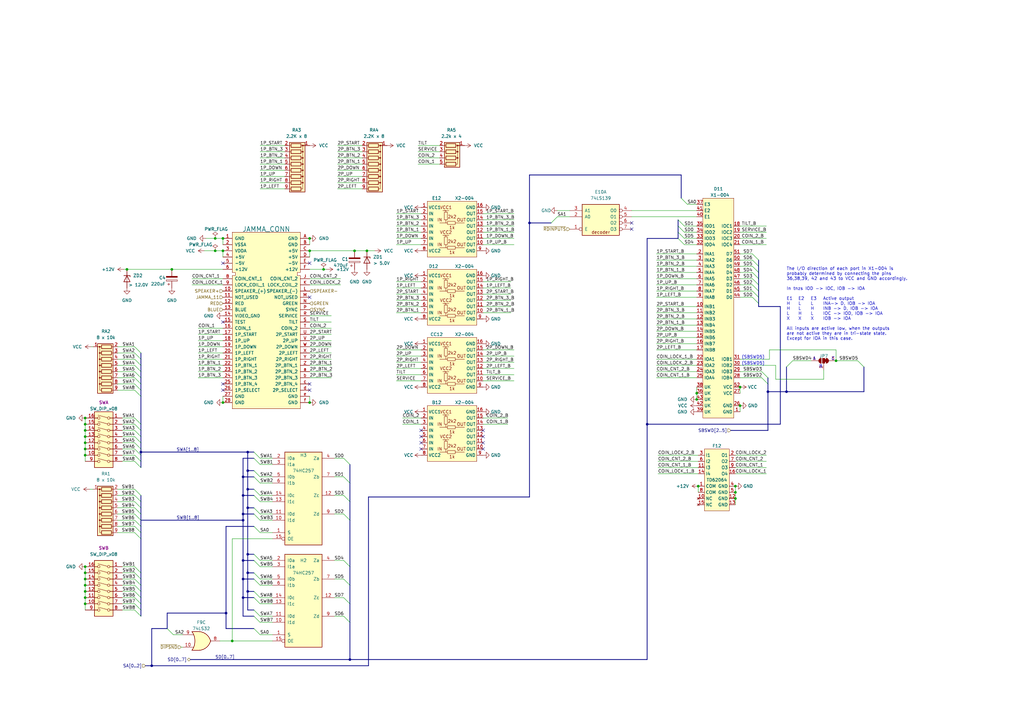
<source format=kicad_sch>
(kicad_sch (version 20211123) (generator eeschema)
  (paper "A3")
  (title_block (title "The NewZealand Story - P0-043A") (date "2022-11-16") (company "Ulf Skutnabba, twitter @skutis77"))
  (junction (at 303.53 158.75))
  (junction (at 301.625 199.39))
  (junction (at 34.925 240.03))
  (junction (at 217.17 91.44))
  (junction (at 285.75 163.83))
  (junction (at 101.6 193.04))
  (junction (at 145.415 102.87))
  (junction (at 127 102.87))
  (junction (at 99.695 237.49))
  (junction (at 101.6 208.28))
  (junction (at 342.9 147.955))
  (junction (at 101.6 185.42))
  (junction (at 88.265 97.79))
  (junction (at 91.44 102.87))
  (junction (at 101.6 242.57))
  (junction (at 127 97.79))
  (junction (at 34.925 181.61))
  (junction (at 286.385 199.39))
  (junction (at 301.625 201.93))
  (junction (at 95.25 262.89))
  (junction (at 91.44 97.79))
  (junction (at 34.925 247.65))
  (junction (at 91.44 165.1))
  (junction (at 99.695 229.87))
  (junction (at 88.265 102.87))
  (junction (at 34.925 234.95))
  (junction (at 314.96 160.655))
  (junction (at 34.925 184.15))
  (junction (at 70.485 110.49))
  (junction (at 34.925 173.99))
  (junction (at 127 165.1))
  (junction (at 265.43 173.99))
  (junction (at 285.75 161.29))
  (junction (at 99.695 203.2))
  (junction (at 34.925 237.49))
  (junction (at 34.925 179.07))
  (junction (at 34.925 242.57))
  (junction (at 303.53 166.37))
  (junction (at 34.925 171.45))
  (junction (at 132.715 110.49))
  (junction (at 57.785 185.42))
  (junction (at 99.695 195.58))
  (junction (at 301.625 204.47))
  (junction (at 150.495 102.87))
  (junction (at 62.23 273.05))
  (junction (at 101.6 200.66))
  (junction (at 99.695 210.82))
  (junction (at 34.925 245.11))
  (junction (at 34.925 176.53))
  (junction (at 101.6 234.95))
  (junction (at 92.71 251.46))
  (junction (at 322.58 160.655))
  (junction (at 143.51 270.51))
  (junction (at 99.695 213.36))
  (junction (at 52.07 110.49))
  (junction (at 101.6 227.33))
  (junction (at 99.695 245.11))
  (junction (at 34.925 232.41))
  (junction (at 34.925 186.69))
  (no_connect (at 172.72 179.07))
  (no_connect (at 198.12 181.61))
  (no_connect (at 127 121.92))
  (no_connect (at 91.44 132.08))
  (no_connect (at 91.44 107.95))
  (no_connect (at 259.08 91.44))
  (no_connect (at 259.08 93.98))
  (no_connect (at 91.44 157.48))
  (no_connect (at 172.72 184.15))
  (no_connect (at 172.72 176.53))
  (no_connect (at 198.12 176.53))
  (no_connect (at 127 157.48))
  (no_connect (at 127 160.02))
  (no_connect (at 127 107.95))
  (no_connect (at 91.44 160.02))
  (no_connect (at 172.72 181.61))
  (no_connect (at 198.12 184.15))
  (no_connect (at 198.12 179.07))
  (bus_entry (at 55.245 176.53) (size 2.54 2.54))
  (bus_entry (at 308.61 119.38) (size 2.54 2.54))
  (bus_entry (at 104.14 252.73) (size 2.54 2.54))
  (bus_entry (at 308.61 109.22) (size 2.54 2.54))
  (bus_entry (at 55.245 184.15) (size 2.54 2.54))
  (bus_entry (at 55.245 250.19) (size 2.54 2.54))
  (bus_entry (at 104.14 227.33) (size 2.54 2.54))
  (bus_entry (at 104.14 229.87) (size 2.54 2.54))
  (bus_entry (at 104.14 187.96) (size 2.54 2.54))
  (bus_entry (at 55.245 171.45) (size 2.54 2.54))
  (bus_entry (at 55.245 245.11) (size 2.54 2.54))
  (bus_entry (at 55.245 181.61) (size 2.54 2.54))
  (bus_entry (at 104.14 203.2) (size 2.54 2.54))
  (bus_entry (at 55.245 152.4) (size 2.54 2.54))
  (bus_entry (at 55.245 147.32) (size 2.54 2.54))
  (bus_entry (at 104.14 208.28) (size 2.54 2.54))
  (bus_entry (at 55.245 154.94) (size 2.54 2.54))
  (bus_entry (at 312.42 152.4) (size 2.54 2.54))
  (bus_entry (at 308.61 114.3) (size 2.54 2.54))
  (bus_entry (at 55.245 215.9) (size 2.54 2.54))
  (bus_entry (at 140.97 187.96) (size 2.54 2.54))
  (bus_entry (at 140.97 210.82) (size 2.54 2.54))
  (bus_entry (at 140.97 195.58) (size 2.54 2.54))
  (bus_entry (at 140.97 203.2) (size 2.54 2.54))
  (bus_entry (at 140.97 229.87) (size 2.54 2.54))
  (bus_entry (at 140.97 252.73) (size 2.54 2.54))
  (bus_entry (at 140.97 245.11) (size 2.54 2.54))
  (bus_entry (at 140.97 237.49) (size 2.54 2.54))
  (bus_entry (at 55.245 173.99) (size 2.54 2.54))
  (bus_entry (at 104.14 200.66) (size 2.54 2.54))
  (bus_entry (at 278.13 90.17) (size 2.54 2.54))
  (bus_entry (at 104.14 185.42) (size 2.54 2.54))
  (bus_entry (at 55.245 179.07) (size 2.54 2.54))
  (bus_entry (at 55.245 205.74) (size 2.54 2.54))
  (bus_entry (at 55.245 240.03) (size 2.54 2.54))
  (bus_entry (at 104.14 245.11) (size 2.54 2.54))
  (bus_entry (at 55.245 189.23) (size 2.54 2.54))
  (bus_entry (at 308.61 106.68) (size 2.54 2.54))
  (bus_entry (at 308.61 121.92) (size 2.54 2.54))
  (bus_entry (at 55.245 247.65) (size 2.54 2.54))
  (bus_entry (at 104.14 250.19) (size 2.54 2.54))
  (bus_entry (at 104.14 195.58) (size 2.54 2.54))
  (bus_entry (at 308.61 116.84) (size 2.54 2.54))
  (bus_entry (at 55.245 213.36) (size 2.54 2.54))
  (bus_entry (at 278.13 92.71) (size 2.54 2.54))
  (bus_entry (at 279.4 81.28) (size 2.54 2.54))
  (bus_entry (at 104.14 234.95) (size 2.54 2.54))
  (bus_entry (at 55.245 160.02) (size 2.54 2.54))
  (bus_entry (at 55.245 210.82) (size 2.54 2.54))
  (bus_entry (at 104.14 237.49) (size 2.54 2.54))
  (bus_entry (at 104.14 193.04) (size 2.54 2.54))
  (bus_entry (at 308.61 111.76) (size 2.54 2.54))
  (bus_entry (at 55.245 203.2) (size 2.54 2.54))
  (bus_entry (at 55.245 186.69) (size 2.54 2.54))
  (bus_entry (at 55.245 237.49) (size 2.54 2.54))
  (bus_entry (at 312.42 154.94) (size 2.54 2.54))
  (bus_entry (at 55.245 232.41) (size 2.54 2.54))
  (bus_entry (at 278.13 95.25) (size 2.54 2.54))
  (bus_entry (at 55.245 234.95) (size 2.54 2.54))
  (bus_entry (at 55.245 208.28) (size 2.54 2.54))
  (bus_entry (at 104.14 215.9) (size 2.54 2.54))
  (bus_entry (at 104.14 242.57) (size 2.54 2.54))
  (bus_entry (at 55.245 142.24) (size 2.54 2.54))
  (bus_entry (at 104.14 210.82) (size 2.54 2.54))
  (bus_entry (at 226.06 91.44) (size 2.54 -2.54))
  (bus_entry (at 104.14 257.81) (size 2.54 2.54))
  (bus_entry (at 68.58 257.81) (size 2.54 2.54))
  (bus_entry (at 55.245 200.66) (size 2.54 2.54))
  (bus_entry (at 55.245 157.48) (size 2.54 2.54))
  (bus_entry (at 55.245 149.86) (size 2.54 2.54))
  (bus_entry (at 55.245 218.44) (size 2.54 2.54))
  (bus_entry (at 308.61 104.14) (size 2.54 2.54))
  (bus_entry (at 55.245 144.78) (size 2.54 2.54))
  (bus_entry (at 278.13 97.79) (size 2.54 2.54))
  (bus_entry (at 351.79 147.955) (size 2.54 2.54))
  (bus_entry (at 55.245 242.57) (size 2.54 2.54))
  (bus_entry (at 325.12 147.955) (size -2.54 2.54))
  (bus (pts (xy 57.785 186.69) (xy 57.785 189.23)))
  (wire (pts (xy 138.43 69.85) (xy 148.59 69.85)))
  (bus (pts (xy 57.785 250.19) (xy 57.785 252.73)))
  (bus (pts (xy 311.15 125.73) (xy 320.04 125.73)))
  (wire (pts (xy 81.28 147.32) (xy 91.44 147.32)))
  (wire (pts (xy 198.12 151.13) (xy 210.82 151.13)))
  (wire (pts (xy 111.76 220.98) (xy 95.25 220.98)))
  (wire (pts (xy 55.245 205.74) (xy 48.26 205.74)))
  (wire (pts (xy 81.28 144.78) (xy 91.44 144.78)))
  (wire (pts (xy 48.26 160.02) (xy 55.245 160.02)))
  (wire (pts (xy 137.16 237.49) (xy 140.97 237.49)))
  (wire (pts (xy 259.08 88.9) (xy 285.75 88.9)))
  (wire (pts (xy 106.68 203.2) (xy 111.76 203.2)))
  (wire (pts (xy 303.53 166.37) (xy 303.53 168.91)))
  (bus (pts (xy 59.69 273.05) (xy 62.23 273.05)))
  (wire (pts (xy 127 97.79) (xy 127 100.33)))
  (bus (pts (xy 101.6 208.28) (xy 104.14 208.28)))
  (bus (pts (xy 101.6 242.57) (xy 104.14 242.57)))
  (wire (pts (xy 269.24 128.27) (xy 285.75 128.27)))
  (wire (pts (xy 303.53 97.79) (xy 314.325 97.79)))
  (wire (pts (xy 138.43 74.93) (xy 148.59 74.93)))
  (wire (pts (xy 137.16 203.2) (xy 140.97 203.2)))
  (wire (pts (xy 83.82 102.87) (xy 88.265 102.87)))
  (wire (pts (xy 162.56 100.33) (xy 172.72 100.33)))
  (wire (pts (xy 162.56 120.65) (xy 172.72 120.65)))
  (wire (pts (xy 303.53 95.25) (xy 314.325 95.25)))
  (bus (pts (xy 143.51 247.65) (xy 143.51 255.27)))
  (wire (pts (xy 162.56 115.57) (xy 172.72 115.57)))
  (wire (pts (xy 106.68 72.39) (xy 116.84 72.39)))
  (wire (pts (xy 48.26 144.78) (xy 55.245 144.78)))
  (wire (pts (xy 269.24 140.97) (xy 285.75 140.97)))
  (wire (pts (xy 198.12 171.45) (xy 208.28 171.45)))
  (bus (pts (xy 57.785 205.74) (xy 57.785 208.28)))
  (wire (pts (xy 162.56 128.27) (xy 172.72 128.27)))
  (wire (pts (xy 162.56 92.71) (xy 172.72 92.71)))
  (bus (pts (xy 57.785 240.03) (xy 57.785 242.57)))
  (wire (pts (xy 165.1 171.45) (xy 172.72 171.45)))
  (bus (pts (xy 104.14 250.19) (xy 101.6 250.19)))
  (bus (pts (xy 57.785 210.82) (xy 57.785 213.36)))
  (wire (pts (xy 269.24 104.14) (xy 285.75 104.14)))
  (wire (pts (xy 138.43 64.77) (xy 148.59 64.77)))
  (bus (pts (xy 57.785 173.99) (xy 57.785 176.53)))
  (bus (pts (xy 57.785 208.28) (xy 57.785 210.82)))
  (wire (pts (xy 269.24 154.94) (xy 285.75 154.94)))
  (wire (pts (xy 34.925 176.53) (xy 34.925 179.07)))
  (wire (pts (xy 34.925 179.07) (xy 34.925 181.61)))
  (wire (pts (xy 162.56 151.13) (xy 172.72 151.13)))
  (wire (pts (xy 269.24 135.89) (xy 285.75 135.89)))
  (wire (pts (xy 315.595 143.51) (xy 315.595 147.32)))
  (bus (pts (xy 278.13 92.71) (xy 278.13 95.25)))
  (bus (pts (xy 265.43 97.79) (xy 278.13 97.79)))
  (wire (pts (xy 127 129.54) (xy 135.89 129.54)))
  (bus (pts (xy 57.785 237.49) (xy 57.785 240.03)))
  (wire (pts (xy 269.24 114.3) (xy 285.75 114.3)))
  (bus (pts (xy 68.58 251.46) (xy 92.71 251.46)))
  (bus (pts (xy 311.15 124.46) (xy 311.15 125.73)))
  (bus (pts (xy 57.785 152.4) (xy 57.785 154.94)))
  (wire (pts (xy 81.28 149.86) (xy 91.44 149.86)))
  (wire (pts (xy 106.68 245.11) (xy 111.76 245.11)))
  (bus (pts (xy 314.96 160.655) (xy 314.96 176.53)))
  (wire (pts (xy 162.56 97.79) (xy 172.72 97.79)))
  (wire (pts (xy 91.44 97.79) (xy 91.44 100.33)))
  (wire (pts (xy 55.245 213.36) (xy 48.26 213.36)))
  (wire (pts (xy 38.1 200.66) (xy 36.83 200.66)))
  (wire (pts (xy 269.24 147.32) (xy 285.75 147.32)))
  (wire (pts (xy 269.24 152.4) (xy 285.75 152.4)))
  (wire (pts (xy 269.24 109.22) (xy 285.75 109.22)))
  (wire (pts (xy 301.625 199.39) (xy 301.625 201.93)))
  (wire (pts (xy 198.12 115.57) (xy 209.55 115.57)))
  (wire (pts (xy 269.24 149.86) (xy 285.75 149.86)))
  (bus (pts (xy 68.58 257.81) (xy 68.58 251.46)))
  (bus (pts (xy 104.14 210.82) (xy 99.695 210.82)))
  (bus (pts (xy 311.15 121.92) (xy 311.15 124.46)))
  (wire (pts (xy 88.265 102.87) (xy 91.44 102.87)))
  (wire (pts (xy 171.45 64.77) (xy 180.34 64.77)))
  (bus (pts (xy 99.695 187.96) (xy 99.695 195.58)))
  (wire (pts (xy 153.67 102.87) (xy 150.495 102.87)))
  (wire (pts (xy 198.12 146.05) (xy 210.82 146.05)))
  (wire (pts (xy 162.56 148.59) (xy 172.72 148.59)))
  (wire (pts (xy 48.26 142.24) (xy 55.245 142.24)))
  (bus (pts (xy 217.17 91.44) (xy 217.17 203.835)))
  (wire (pts (xy 127 116.84) (xy 139.7 116.84)))
  (bus (pts (xy 143.51 232.41) (xy 143.51 240.03)))
  (bus (pts (xy 279.4 71.755) (xy 217.17 71.755)))
  (wire (pts (xy 171.45 67.31) (xy 180.34 67.31)))
  (wire (pts (xy 162.56 123.19) (xy 172.72 123.19)))
  (wire (pts (xy 88.265 97.79) (xy 91.44 97.79)))
  (wire (pts (xy 269.24 116.84) (xy 285.75 116.84)))
  (wire (pts (xy 303.53 104.14) (xy 308.61 104.14)))
  (bus (pts (xy 57.785 203.2) (xy 57.785 205.74)))
  (wire (pts (xy 106.68 237.49) (xy 111.76 237.49)))
  (bus (pts (xy 322.58 160.655) (xy 354.33 160.655)))
  (wire (pts (xy 106.68 252.73) (xy 111.76 252.73)))
  (wire (pts (xy 50.165 176.53) (xy 55.245 176.53)))
  (wire (pts (xy 106.68 62.23) (xy 116.84 62.23)))
  (bus (pts (xy 311.15 111.76) (xy 311.15 114.3)))
  (bus (pts (xy 104.14 252.73) (xy 99.695 252.73)))
  (wire (pts (xy 303.53 116.84) (xy 308.61 116.84)))
  (bus (pts (xy 57.785 213.36) (xy 57.785 215.9)))
  (wire (pts (xy 303.53 152.4) (xy 312.42 152.4)))
  (wire (pts (xy 55.245 218.44) (xy 48.26 218.44)))
  (wire (pts (xy 303.53 114.3) (xy 308.61 114.3)))
  (wire (pts (xy 325.12 147.955) (xy 332.74 147.955)))
  (wire (pts (xy 150.495 102.87) (xy 145.415 102.87)))
  (wire (pts (xy 106.68 190.5) (xy 111.76 190.5)))
  (wire (pts (xy 34.925 184.15) (xy 34.925 186.69)))
  (wire (pts (xy 48.26 149.86) (xy 55.245 149.86)))
  (wire (pts (xy 106.68 77.47) (xy 116.84 77.47)))
  (wire (pts (xy 198.12 123.19) (xy 209.55 123.19)))
  (wire (pts (xy 50.165 186.69) (xy 55.245 186.69)))
  (bus (pts (xy 99.695 210.82) (xy 99.695 203.2)))
  (wire (pts (xy 301.625 189.23) (xy 314.325 189.23)))
  (bus (pts (xy 101.6 200.66) (xy 104.14 200.66)))
  (wire (pts (xy 280.67 97.79) (xy 285.75 97.79)))
  (wire (pts (xy 84.455 97.79) (xy 88.265 97.79)))
  (wire (pts (xy 106.68 67.31) (xy 116.84 67.31)))
  (bus (pts (xy 101.6 200.66) (xy 101.6 193.04)))
  (wire (pts (xy 127 142.24) (xy 135.89 142.24)))
  (bus (pts (xy 99.695 252.73) (xy 99.695 245.11)))
  (bus (pts (xy 57.785 247.65) (xy 57.785 250.19)))
  (wire (pts (xy 198.12 92.71) (xy 210.82 92.71)))
  (wire (pts (xy 137.16 229.87) (xy 140.97 229.87)))
  (wire (pts (xy 127 102.87) (xy 127 105.41)))
  (wire (pts (xy 198.12 118.11) (xy 209.55 118.11)))
  (wire (pts (xy 198.12 153.67) (xy 210.82 153.67)))
  (wire (pts (xy 106.68 205.74) (xy 111.76 205.74)))
  (bus (pts (xy 279.4 81.28) (xy 279.4 71.755)))
  (bus (pts (xy 99.695 203.2) (xy 104.14 203.2)))
  (wire (pts (xy 50.165 240.03) (xy 55.245 240.03)))
  (bus (pts (xy 104.14 187.96) (xy 99.695 187.96)))
  (wire (pts (xy 269.24 125.73) (xy 285.75 125.73)))
  (wire (pts (xy 280.67 95.25) (xy 285.75 95.25)))
  (wire (pts (xy 95.25 262.89) (xy 111.76 262.89)))
  (wire (pts (xy 280.67 100.33) (xy 285.75 100.33)))
  (wire (pts (xy 106.68 210.82) (xy 111.76 210.82)))
  (wire (pts (xy 34.925 245.11) (xy 34.925 247.65)))
  (wire (pts (xy 198.12 100.33) (xy 210.82 100.33)))
  (bus (pts (xy 101.6 227.33) (xy 101.6 208.28)))
  (wire (pts (xy 106.68 218.44) (xy 111.76 218.44)))
  (wire (pts (xy 138.43 62.23) (xy 148.59 62.23)))
  (bus (pts (xy 57.785 179.07) (xy 57.785 181.61)))
  (wire (pts (xy 48.26 147.32) (xy 55.245 147.32)))
  (wire (pts (xy 162.56 143.51) (xy 172.72 143.51)))
  (bus (pts (xy 314.96 160.655) (xy 322.58 160.655)))
  (wire (pts (xy 127 162.56) (xy 127 165.1)))
  (wire (pts (xy 198.12 87.63) (xy 210.82 87.63)))
  (bus (pts (xy 57.785 147.32) (xy 57.785 149.86)))
  (wire (pts (xy 171.45 59.69) (xy 180.34 59.69)))
  (wire (pts (xy 106.68 74.93) (xy 116.84 74.93)))
  (wire (pts (xy 303.53 92.71) (xy 314.325 92.71)))
  (wire (pts (xy 50.165 234.95) (xy 55.245 234.95)))
  (wire (pts (xy 165.1 173.99) (xy 172.72 173.99)))
  (wire (pts (xy 71.12 260.35) (xy 74.93 260.35)))
  (wire (pts (xy 162.56 156.21) (xy 172.72 156.21)))
  (bus (pts (xy 57.785 144.78) (xy 57.785 147.32)))
  (wire (pts (xy 132.715 110.49) (xy 127 110.49)))
  (wire (pts (xy 198.12 143.51) (xy 210.82 143.51)))
  (wire (pts (xy 81.28 137.16) (xy 91.44 137.16)))
  (wire (pts (xy 78.74 116.84) (xy 91.44 116.84)))
  (wire (pts (xy 138.43 67.31) (xy 148.59 67.31)))
  (bus (pts (xy 101.6 185.42) (xy 104.14 185.42)))
  (wire (pts (xy 50.165 250.19) (xy 55.245 250.19)))
  (wire (pts (xy 162.56 87.63) (xy 172.72 87.63)))
  (wire (pts (xy 198.12 148.59) (xy 210.82 148.59)))
  (wire (pts (xy 34.925 242.57) (xy 34.925 245.11)))
  (bus (pts (xy 143.51 240.03) (xy 143.51 247.65)))
  (bus (pts (xy 99.695 195.58) (xy 99.695 203.2)))
  (wire (pts (xy 55.245 210.82) (xy 48.26 210.82)))
  (bus (pts (xy 217.17 203.835) (xy 151.13 203.835)))
  (wire (pts (xy 171.45 62.23) (xy 180.34 62.23)))
  (wire (pts (xy 52.07 110.49) (xy 70.485 110.49)))
  (bus (pts (xy 101.6 250.19) (xy 101.6 242.57)))
  (wire (pts (xy 34.925 237.49) (xy 34.925 240.03)))
  (bus (pts (xy 99.695 195.58) (xy 104.14 195.58)))
  (bus (pts (xy 143.51 270.51) (xy 265.43 270.51)))
  (wire (pts (xy 78.74 114.3) (xy 91.44 114.3)))
  (bus (pts (xy 57.785 234.95) (xy 57.785 237.49)))
  (bus (pts (xy 217.17 91.44) (xy 226.06 91.44)))
  (wire (pts (xy 303.53 149.86) (xy 318.135 149.86)))
  (wire (pts (xy 106.68 195.58) (xy 111.76 195.58)))
  (wire (pts (xy 91.44 102.87) (xy 91.44 105.41)))
  (wire (pts (xy 301.625 191.77) (xy 314.325 191.77)))
  (wire (pts (xy 269.24 133.35) (xy 285.75 133.35)))
  (wire (pts (xy 303.53 121.92) (xy 308.61 121.92)))
  (wire (pts (xy 38.1 142.24) (xy 37.465 142.24)))
  (wire (pts (xy 34.925 247.65) (xy 34.925 250.19)))
  (wire (pts (xy 106.68 213.36) (xy 111.76 213.36)))
  (wire (pts (xy 162.56 125.73) (xy 172.72 125.73)))
  (wire (pts (xy 137.16 210.82) (xy 140.97 210.82)))
  (wire (pts (xy 269.24 143.51) (xy 285.75 143.51)))
  (wire (pts (xy 48.26 157.48) (xy 55.245 157.48)))
  (bus (pts (xy 143.51 213.36) (xy 143.51 232.41)))
  (wire (pts (xy 127 139.7) (xy 135.89 139.7)))
  (wire (pts (xy 50.165 189.23) (xy 55.245 189.23)))
  (wire (pts (xy 127 149.86) (xy 135.89 149.86)))
  (bus (pts (xy 278.13 90.17) (xy 278.13 92.71)))
  (bus (pts (xy 143.51 198.12) (xy 143.51 205.74)))
  (bus (pts (xy 92.71 215.9) (xy 104.14 215.9)))
  (wire (pts (xy 198.12 156.21) (xy 210.82 156.21)))
  (bus (pts (xy 57.785 215.9) (xy 57.785 218.44)))
  (wire (pts (xy 34.925 171.45) (xy 34.925 173.99)))
  (wire (pts (xy 198.12 120.65) (xy 209.55 120.65)))
  (wire (pts (xy 259.08 86.36) (xy 285.75 86.36)))
  (bus (pts (xy 99.695 229.87) (xy 99.695 213.36)))
  (wire (pts (xy 50.165 179.07) (xy 55.245 179.07)))
  (bus (pts (xy 322.58 150.495) (xy 322.58 160.655)))
  (wire (pts (xy 81.28 152.4) (xy 91.44 152.4)))
  (wire (pts (xy 162.56 95.25) (xy 172.72 95.25)))
  (wire (pts (xy 342.9 147.955) (xy 351.79 147.955)))
  (bus (pts (xy 101.6 193.04) (xy 104.14 193.04)))
  (bus (pts (xy 143.51 255.27) (xy 143.51 270.51)))
  (bus (pts (xy 101.6 208.28) (xy 101.6 200.66)))
  (wire (pts (xy 303.53 106.68) (xy 308.61 106.68)))
  (wire (pts (xy 127 152.4) (xy 135.89 152.4)))
  (bus (pts (xy 62.23 273.05) (xy 151.13 273.05)))
  (wire (pts (xy 55.245 200.66) (xy 48.26 200.66)))
  (bus (pts (xy 278.13 95.25) (xy 278.13 97.79)))
  (wire (pts (xy 127 137.16) (xy 135.89 137.16)))
  (wire (pts (xy 55.245 215.9) (xy 48.26 215.9)))
  (bus (pts (xy 57.785 157.48) (xy 57.785 160.02)))
  (bus (pts (xy 101.6 227.33) (xy 101.6 234.95)))
  (wire (pts (xy 137.16 195.58) (xy 140.97 195.58)))
  (wire (pts (xy 34.925 186.69) (xy 34.925 189.23)))
  (wire (pts (xy 269.875 189.23) (xy 286.385 189.23)))
  (wire (pts (xy 198.12 90.17) (xy 210.82 90.17)))
  (wire (pts (xy 337.82 155.575) (xy 337.82 151.765)))
  (wire (pts (xy 70.485 110.49) (xy 91.44 110.49)))
  (bus (pts (xy 104.14 245.11) (xy 99.695 245.11)))
  (wire (pts (xy 269.875 186.69) (xy 286.385 186.69)))
  (bus (pts (xy 99.695 237.49) (xy 99.695 245.11)))
  (bus (pts (xy 99.695 229.87) (xy 99.695 237.49)))
  (wire (pts (xy 48.26 152.4) (xy 55.245 152.4)))
  (wire (pts (xy 228.6 88.9) (xy 233.68 88.9)))
  (wire (pts (xy 198.12 97.79) (xy 210.82 97.79)))
  (wire (pts (xy 34.925 181.61) (xy 34.925 184.15)))
  (wire (pts (xy 228.6 86.36) (xy 233.68 86.36)))
  (bus (pts (xy 143.51 205.74) (xy 143.51 213.36)))
  (wire (pts (xy 286.385 199.39) (xy 286.385 201.93)))
  (wire (pts (xy 81.28 142.24) (xy 91.44 142.24)))
  (bus (pts (xy 104.14 237.49) (xy 99.695 237.49)))
  (bus (pts (xy 57.785 185.42) (xy 101.6 185.42)))
  (wire (pts (xy 90.17 262.89) (xy 95.25 262.89)))
  (wire (pts (xy 50.165 184.15) (xy 55.245 184.15)))
  (bus (pts (xy 151.13 203.835) (xy 151.13 273.05)))
  (wire (pts (xy 106.68 198.12) (xy 111.76 198.12)))
  (wire (pts (xy 106.68 59.69) (xy 116.84 59.69)))
  (bus (pts (xy 57.785 189.23) (xy 57.785 191.77)))
  (wire (pts (xy 137.16 252.73) (xy 140.97 252.73)))
  (bus (pts (xy 62.23 257.81) (xy 62.23 273.05)))
  (wire (pts (xy 198.12 173.99) (xy 208.28 173.99)))
  (bus (pts (xy 101.6 234.95) (xy 104.14 234.95)))
  (wire (pts (xy 269.24 138.43) (xy 285.75 138.43)))
  (bus (pts (xy 57.785 185.42) (xy 57.785 186.69)))
  (bus (pts (xy 265.43 97.79) (xy 265.43 173.99)))
  (bus (pts (xy 104.14 227.33) (xy 101.6 227.33)))
  (wire (pts (xy 280.67 92.71) (xy 285.75 92.71)))
  (wire (pts (xy 50.165 181.61) (xy 55.245 181.61)))
  (bus (pts (xy 78.105 270.51) (xy 143.51 270.51)))
  (bus (pts (xy 354.33 150.495) (xy 354.33 160.655)))
  (wire (pts (xy 138.43 77.47) (xy 148.59 77.47)))
  (wire (pts (xy 127 134.62) (xy 135.89 134.62)))
  (wire (pts (xy 50.8 110.49) (xy 52.07 110.49)))
  (wire (pts (xy 133.985 110.49) (xy 132.715 110.49)))
  (bus (pts (xy 320.04 125.73) (xy 320.04 173.99)))
  (wire (pts (xy 303.53 109.22) (xy 308.61 109.22)))
  (bus (pts (xy 311.15 106.68) (xy 311.15 109.22)))
  (wire (pts (xy 162.56 153.67) (xy 172.72 153.67)))
  (wire (pts (xy 269.875 191.77) (xy 286.385 191.77)))
  (wire (pts (xy 342.9 147.955) (xy 342.9 143.51)))
  (bus (pts (xy 57.785 176.53) (xy 57.785 179.07)))
  (wire (pts (xy 50.165 242.57) (xy 55.245 242.57)))
  (bus (pts (xy 311.15 109.22) (xy 311.15 111.76)))
  (wire (pts (xy 50.165 232.41) (xy 55.245 232.41)))
  (wire (pts (xy 138.43 72.39) (xy 148.59 72.39)))
  (wire (pts (xy 269.24 130.81) (xy 285.75 130.81)))
  (wire (pts (xy 106.68 187.96) (xy 111.76 187.96)))
  (bus (pts (xy 311.15 119.38) (xy 311.15 121.92)))
  (wire (pts (xy 301.625 204.47) (xy 301.625 207.01)))
  (bus (pts (xy 57.785 154.94) (xy 57.785 157.48)))
  (wire (pts (xy 34.925 234.95) (xy 34.925 237.49)))
  (wire (pts (xy 198.12 95.25) (xy 210.82 95.25)))
  (bus (pts (xy 217.17 71.755) (xy 217.17 91.44)))
  (wire (pts (xy 106.68 229.87) (xy 111.76 229.87)))
  (wire (pts (xy 106.68 69.85) (xy 116.84 69.85)))
  (wire (pts (xy 48.26 154.94) (xy 55.245 154.94)))
  (wire (pts (xy 55.245 208.28) (xy 48.26 208.28)))
  (wire (pts (xy 127 144.78) (xy 135.89 144.78)))
  (bus (pts (xy 57.785 218.44) (xy 57.785 220.98)))
  (wire (pts (xy 34.925 232.41) (xy 34.925 234.95)))
  (wire (pts (xy 34.925 173.99) (xy 34.925 176.53)))
  (wire (pts (xy 198.12 125.73) (xy 209.55 125.73)))
  (wire (pts (xy 281.94 83.82) (xy 285.75 83.82)))
  (wire (pts (xy 95.25 220.98) (xy 95.25 262.89)))
  (wire (pts (xy 303.53 158.75) (xy 303.53 161.29)))
  (wire (pts (xy 303.53 154.94) (xy 312.42 154.94)))
  (bus (pts (xy 299.72 176.53) (xy 314.96 176.53)))
  (wire (pts (xy 303.53 111.76) (xy 308.61 111.76)))
  (wire (pts (xy 55.245 203.2) (xy 48.26 203.2)))
  (wire (pts (xy 81.28 139.7) (xy 91.44 139.7)))
  (bus (pts (xy 143.51 190.5) (xy 143.51 198.12)))
  (wire (pts (xy 106.68 260.35) (xy 111.76 260.35)))
  (bus (pts (xy 101.6 242.57) (xy 101.6 234.95)))
  (wire (pts (xy 318.135 149.86) (xy 318.135 155.575)))
  (wire (pts (xy 127 132.08) (xy 135.89 132.08)))
  (wire (pts (xy 106.68 64.77) (xy 116.84 64.77)))
  (bus (pts (xy 92.71 257.81) (xy 104.14 257.81)))
  (wire (pts (xy 137.16 187.96) (xy 140.97 187.96)))
  (wire (pts (xy 162.56 118.11) (xy 172.72 118.11)))
  (wire (pts (xy 91.44 162.56) (xy 91.44 165.1)))
  (wire (pts (xy 301.625 186.69) (xy 314.325 186.69)))
  (wire (pts (xy 269.24 111.76) (xy 285.75 111.76)))
  (wire (pts (xy 318.135 155.575) (xy 337.82 155.575)))
  (wire (pts (xy 127 154.94) (xy 135.89 154.94)))
  (wire (pts (xy 50.165 237.49) (xy 55.245 237.49)))
  (wire (pts (xy 303.53 100.33) (xy 314.325 100.33)))
  (bus (pts (xy 99.695 213.36) (xy 99.695 210.82)))
  (wire (pts (xy 127 147.32) (xy 135.89 147.32)))
  (bus (pts (xy 311.15 114.3) (xy 311.15 116.84)))
  (wire (pts (xy 285.75 158.75) (xy 285.75 161.29)))
  (bus (pts (xy 265.43 173.99) (xy 320.04 173.99)))
  (bus (pts (xy 92.71 251.46) (xy 92.71 215.9)))
  (bus (pts (xy 57.785 213.36) (xy 99.695 213.36)))
  (bus (pts (xy 57.785 242.57) (xy 57.785 245.11)))
  (bus (pts (xy 104.14 229.87) (xy 99.695 229.87)))
  (bus (pts (xy 57.785 149.86) (xy 57.785 152.4)))
  (wire (pts (xy 50.165 247.65) (xy 55.245 247.65)))
  (bus (pts (xy 265.43 173.99) (xy 265.43 270.51)))
  (wire (pts (xy 162.56 146.05) (xy 172.72 146.05)))
  (wire (pts (xy 342.9 143.51) (xy 315.595 143.51)))
  (wire (pts (xy 34.925 240.03) (xy 34.925 242.57)))
  (wire (pts (xy 162.56 90.17) (xy 172.72 90.17)))
  (wire (pts (xy 127 102.87) (xy 145.415 102.87)))
  (bus (pts (xy 57.785 162.56) (xy 57.785 173.99)))
  (wire (pts (xy 301.625 194.31) (xy 314.325 194.31)))
  (wire (pts (xy 106.68 240.03) (xy 111.76 240.03)))
  (bus (pts (xy 57.785 245.11) (xy 57.785 247.65)))
  (bus (pts (xy 92.71 251.46) (xy 92.71 257.81)))
  (bus (pts (xy 57.785 184.15) (xy 57.785 185.42)))
  (bus (pts (xy 57.785 181.61) (xy 57.785 184.15)))
  (wire (pts (xy 137.16 245.11) (xy 140.97 245.11)))
  (wire (pts (xy 303.53 119.38) (xy 308.61 119.38)))
  (wire (pts (xy 269.24 119.38) (xy 285.75 119.38)))
  (bus (pts (xy 101.6 193.04) (xy 101.6 185.42)))
  (bus (pts (xy 314.96 157.48) (xy 314.96 160.655)))
  (wire (pts (xy 198.12 128.27) (xy 209.55 128.27)))
  (wire (pts (xy 74.295 265.43) (xy 74.93 265.43)))
  (wire (pts (xy 106.68 255.27) (xy 111.76 255.27)))
  (wire (pts (xy 303.53 147.32) (xy 315.595 147.32)))
  (wire (pts (xy 106.68 247.65) (xy 111.76 247.65)))
  (bus (pts (xy 57.785 160.02) (xy 57.785 162.56)))
  (wire (pts (xy 269.875 194.31) (xy 286.385 194.31)))
  (wire (pts (xy 301.625 201.93) (xy 301.625 204.47)))
  (bus (pts (xy 57.785 220.98) (xy 57.785 234.95)))
  (wire (pts (xy 50.165 245.11) (xy 55.245 245.11)))
  (bus (pts (xy 68.58 257.81) (xy 62.23 257.81)))
  (wire (pts (xy 50.165 173.99) (xy 55.245 173.99)))
  (wire (pts (xy 138.43 59.69) (xy 148.59 59.69)))
  (wire (pts (xy 50.165 171.45) (xy 55.245 171.45)))
  (wire (pts (xy 285.75 161.29) (xy 285.75 163.83)))
  (wire (pts (xy 269.24 121.92) (xy 285.75 121.92)))
  (wire (pts (xy 81.28 134.62) (xy 91.44 134.62)))
  (wire (pts (xy 269.24 106.68) (xy 285.75 106.68)))
  (bus (pts (xy 314.96 154.94) (xy 314.96 157.48)))
  (wire (pts (xy 106.68 232.41) (xy 111.76 232.41)))
  (bus (pts (xy 311.15 116.84) (xy 311.15 119.38)))
  (wire (pts (xy 127 114.3) (xy 139.7 114.3)))
  (wire (pts (xy 81.28 154.94) (xy 91.44 154.94)))
  (text "A" (at 333.375 147.955 0) (effects (font (size 1.27 1.27)) (justify left bottom)))
  (text "(SBSWD5)" (at 304.165 149.86 0) (effects (font (size 1.27 1.27)) (justify left bottom)))
  (text "The I/O direction of each port in X1-004 is\nprobably determined by connecting the pins\n36,38,39, 42 and 43 to VCC and GND accordingly.\n\nIn tnzs IOD -> IOC, IOB -> IOA\n\nE1	E2	E3	Active output\nH	L	L	INA-> D, IOB -> IOA\nH	L	H	INB -> D, IOB -> IOA\nL	H	L	IOC -> IOD, IOB -> IOA\nX	X	X	IOB -> IOA\n\nAll inputs are active low, when the outputs\nare not active they are in tri-state state.\nExcept for IOA in this case." (at 322.58 139.7 0) (effects (font (size 1.27 1.27)) (justify left bottom)))
  (text "B" (at 335.915 151.13 0) (effects (font (size 1.27 1.27)) (justify left bottom)))
  (text "C" (at 340.995 147.955 0) (effects (font (size 1.27 1.27)) (justify left bottom)))
  (text "(SBSWD5)" (at 304.165 147.32 0) (effects (font (size 1.27 1.27)) (justify left bottom)))
  (label "2P_DOWN" (at 127 142.24 0))
  (label "SBSWD4" (at 325.12 147.955 0))
  (label "SWB3" (at 50.165 237.49 0))
  (label "1P_RIGHT_B" (at 199.39 115.57 0))
  (label "2P_LEFT" (at 138.43 77.47 0))
  (label "SWA4" (at 50.165 179.07 0))
  (label "COIN_LOCK_2_B" (at 269.875 186.69 0))
  (label "2P_DOWN" (at 138.43 69.85 0))
  (label "1P_LEFT_B" (at 199.39 118.11 0))
  (label "2P_START_B" (at 199.39 120.65 0))
  (label "COIN_2" (at 127 134.62 0))
  (label "SWB1" (at 106.68 190.5 0))
  (label "2P_RIGHT_B" (at 199.39 148.59 0))
  (label "1P_BTN_2_B" (at 269.24 109.22 0))
  (label "SWA7" (at 50.165 157.48 0))
  (label "1P_LEFT_B" (at 269.24 121.92 0))
  (label "SD[0..7]" (at 88.265 270.51 0))
  (label "COIN_2" (at 165.1 171.45 0))
  (label "SD1" (at 137.16 195.58 0))
  (label "TILT_B" (at 199.39 153.67 0))
  (label "SD2" (at 304.8 116.84 0))
  (label "SERVICE_B" (at 304.165 95.25 0))
  (label "2P_BTN_3" (at 127 154.94 0))
  (label "SD4" (at 280.67 100.33 0))
  (label "COIN_CNT_2" (at 301.625 189.23 0))
  (label "SWA4" (at 50.165 149.86 0))
  (label "SERVICE" (at 162.56 156.21 0))
  (label "1P_BTN_2" (at 162.56 92.71 0))
  (label "2P_DOWN_B" (at 269.24 135.89 0))
  (label "SWB5" (at 55.245 210.82 180))
  (label "SWB7" (at 55.245 215.9 180))
  (label "SWA6" (at 106.68 237.49 0))
  (label "SWB3" (at 55.245 205.74 180))
  (label "SD1" (at 280.67 92.71 0))
  (label "SD3" (at 137.16 203.2 0))
  (label "2P_UP_B" (at 199.39 146.05 0))
  (label "2P_RIGHT" (at 138.43 74.93 0))
  (label "COIN_LOCK_1_B" (at 269.875 194.31 0))
  (label "SA2" (at 71.755 260.35 0))
  (label "SWA8" (at 50.165 160.02 0))
  (label "SWA8" (at 50.165 189.23 0))
  (label "SD6" (at 304.8 106.68 0))
  (label "2P_BTN_2_B" (at 269.24 130.81 0))
  (label "SD3" (at 304.8 114.3 0))
  (label "SWA[1..8]" (at 72.39 185.42 0))
  (label "SWB6" (at 50.165 245.11 0))
  (label "SA1" (at 228.6 88.9 0))
  (label "SWA8" (at 106.68 245.11 0))
  (label "SWB2" (at 50.165 234.95 0))
  (label "TILT_B" (at 304.165 92.71 0))
  (label "SWA5" (at 106.68 229.87 0))
  (label "SERVICE" (at 127 129.54 0))
  (label "1P_RIGHT" (at 106.68 74.93 0))
  (label "SD5" (at 137.16 237.49 0))
  (label "2P_BTN_2" (at 127 152.4 0))
  (label "SWB6" (at 55.245 213.36 180))
  (label "1P_UP" (at 162.56 100.33 0))
  (label "SWA1" (at 50.165 171.45 0))
  (label "1P_START" (at 162.56 87.63 0))
  (label "COIN_1" (at 171.45 67.31 0))
  (label "1P_START_B" (at 199.39 87.63 0))
  (label "SD5" (at 304.8 109.22 0))
  (label "2P_LEFT_B" (at 269.24 143.51 0))
  (label "SWB8" (at 106.68 247.65 0))
  (label "SWB1" (at 55.245 200.66 180))
  (label "1P_DOWN" (at 81.28 142.24 0))
  (label "1P_UP" (at 106.68 72.39 0))
  (label "1P_LEFT" (at 106.68 77.47 0))
  (label "COIN_CNT_2" (at 127 114.3 0))
  (label "COIN_2" (at 171.45 64.77 0))
  (label "SWB3" (at 106.68 213.36 0))
  (label "2P_START" (at 127 137.16 0))
  (label "1P_BTN_2_B" (at 199.39 92.71 0))
  (label "SBSWD5" (at 344.17 147.955 0))
  (label "COIN_CNT_2_B" (at 269.24 152.4 0))
  (label "COIN_1_B" (at 199.39 173.99 0))
  (label "1P_BTN_2" (at 81.28 152.4 0))
  (label "1P_RIGHT" (at 81.28 147.32 0))
  (label "SWB6" (at 106.68 240.03 0))
  (label "SWB2" (at 106.68 198.12 0))
  (label "1P_DOWN" (at 162.56 97.79 0))
  (label "SBSWD3" (at 304.8 152.4 0))
  (label "2P_RIGHT" (at 127 147.32 0))
  (label "SD5" (at 280.67 97.79 0))
  (label "1P_LEFT" (at 81.28 144.78 0))
  (label "2P_START" (at 138.43 59.69 0))
  (label "SWB4" (at 106.68 205.74 0))
  (label "2P_UP" (at 162.56 146.05 0))
  (label "1P_LEFT" (at 162.56 118.11 0))
  (label "TILT" (at 127 132.08 0))
  (label "1P_BTN_1_B" (at 199.39 95.25 0))
  (label "1P_BTN_3" (at 106.68 62.23 0))
  (label "2P_BTN_3" (at 138.43 62.23 0))
  (label "TILT" (at 171.45 59.69 0))
  (label "COIN_CNT_1" (at 78.74 114.3 0))
  (label "SD0" (at 304.8 121.92 0))
  (label "1P_BTN_1" (at 162.56 95.25 0))
  (label "1P_BTN_1_B" (at 269.24 111.76 0))
  (label "SWB8" (at 55.245 218.44 180))
  (label "2P_LEFT" (at 162.56 151.13 0))
  (label "SD0" (at 280.67 95.25 0))
  (label "SD1" (at 304.8 119.38 0))
  (label "1P_START" (at 81.28 137.16 0))
  (label "SERVICE" (at 171.45 62.23 0))
  (label "1P_BTN_3_B" (at 269.24 106.68 0))
  (label "COIN_LOCK_2_B" (at 269.24 149.86 0))
  (label "SWA6" (at 50.165 184.15 0))
  (label "2P_BTN_2" (at 162.56 125.73 0))
  (label "SA0" (at 106.68 218.44 0))
  (label "COIN_CNT_2_B" (at 269.875 189.23 0))
  (label "COIN_LOCK_1" (at 78.74 116.84 0))
  (label "1P_RIGHT" (at 162.56 115.57 0))
  (label "SD2" (at 137.16 210.82 0))
  (label "COIN_CNT_1" (at 301.625 191.77 0))
  (label "SD4" (at 137.16 229.87 0))
  (label "SWA7" (at 50.165 186.69 0))
  (label "SWA4" (at 106.68 203.2 0))
  (label "1P_UP_B" (at 269.24 116.84 0))
  (label "SWA7" (at 106.68 252.73 0))
  (label "COIN_1_B" (at 304.165 100.33 0))
  (label "2P_BTN_3_B" (at 199.39 123.19 0))
  (label "SWA6" (at 50.165 154.94 0))
  (label "COIN_1" (at 165.1 173.99 0))
  (label "2P_RIGHT" (at 162.56 148.59 0))
  (label "1P_DOWN" (at 106.68 69.85 0))
  (label "2P_DOWN" (at 162.56 143.51 0))
  (label "2P_START" (at 162.56 120.65 0))
  (label "2P_DOWN_B" (at 199.39 143.51 0))
  (label "SWA2" (at 50.165 144.78 0))
  (label "2P_UP_B" (at 269.24 138.43 0))
  (label "COIN_CNT_1_B" (at 269.875 191.77 0))
  (label "SWA1" (at 106.68 187.96 0))
  (label "SWB4" (at 50.165 240.03 0))
  (label "SWA3" (at 50.165 176.53 0))
  (label "SA0" (at 281.94 83.82 0))
  (label "2P_LEFT" (at 127 144.78 0))
  (label "SWA3" (at 106.68 210.82 0))
  (label "1P_BTN_1" (at 81.28 149.86 0))
  (label "1P_BTN_3" (at 81.28 154.94 0))
  (label "2P_BTN_1" (at 138.43 67.31 0))
  (label "SA0" (at 106.68 260.35 0))
  (label "SBSWD2" (at 304.8 154.94 0))
  (label "COIN_2_B" (at 304.165 97.79 0))
  (label "SD7" (at 304.8 104.14 0))
  (label "1P_BTN_2" (at 106.68 64.77 0))
  (label "2P_BTN_3_B" (at 269.24 128.27 0))
  (label "SWA5" (at 50.165 152.4 0))
  (label "SWB4" (at 55.245 208.28 180))
  (label "SERVICE_B" (at 199.39 156.21 0))
  (label "2P_BTN_1" (at 127 149.86 0))
  (label "1P_BTN_3" (at 162.56 90.17 0))
  (label "COIN_LOCK_1" (at 301.625 194.31 0))
  (label "SWB5" (at 50.165 242.57 0))
  (label "1P_START" (at 106.68 59.69 0))
  (label "SWB1" (at 50.165 232.41 0))
  (label "SD4" (at 304.8 111.76 0))
  (label "2P_START_B" (at 269.24 125.73 0))
  (label "1P_BTN_3_B" (at 199.39 90.17 0))
  (label "SWB8" (at 50.165 250.19 0))
  (label "1P_RIGHT_B" (at 269.24 119.38 0))
  (label "2P_UP" (at 127 139.7 0))
  (label "2P_BTN_3" (at 162.56 123.19 0))
  (label "COIN_LOCK_2" (at 301.625 186.69 0))
  (label "SWB5" (at 106.68 232.41 0))
  (label "2P_UP" (at 138.43 72.39 0))
  (label "SWA1" (at 50.165 142.24 0))
  (label "SWA2" (at 106.68 195.58 0))
  (label "SD0" (at 137.16 187.96 0))
  (label "1P_UP_B" (at 199.39 100.33 0))
  (label "SD6" (at 137.16 252.73 0))
  (label "SWB7" (at 50.165 247.65 0))
  (label "SWB7" (at 106.68 255.27 0))
  (label "COIN_LOCK_2" (at 127 116.84 0))
  (label "2P_BTN_1" (at 162.56 128.27 0))
  (label "SWA3" (at 50.165 147.32 0))
  (label "2P_LEFT_B" (at 199.39 151.13 0))
  (label "SWB[1..8]" (at 72.39 213.36 0))
  (label "2P_BTN_1_B" (at 199.39 128.27 0))
  (label "2P_RIGHT_B" (at 269.24 140.97 0))
  (label "1P_DOWN_B" (at 199.39 97.79 0))
  (label "1P_UP" (at 81.28 139.7 0))
  (label "SD7" (at 137.16 245.11 0))
  (label "SWA5" (at 50.165 181.61 0))
  (label "1P_DOWN_B" (at 269.24 114.3 0))
  (label "SWA2" (at 50.165 173.99 0))
  (label "COIN_1" (at 81.28 134.62 0))
  (label "SWB2" (at 55.245 203.2 180))
  (label "2P_BTN_2" (at 138.43 64.77 0))
  (label "COIN_LOCK_1_B" (at 269.24 147.32 0))
  (label "2P_BTN_1_B" (at 269.24 133.35 0))
  (label "COIN_2_B" (at 199.39 171.45 0))
  (label "TILT" (at 162.56 153.67 0))
  (label "1P_BTN_1" (at 106.68 67.31 0))
  (label "COIN_CNT_1_B" (at 269.24 154.94 0))
  (label "2P_BTN_2_B" (at 199.39 125.73 0))
  (label "1P_START_B" (at 269.24 104.14 0))
  (hierarchical_label "SPEAKER-" (shape input) (at 127 119.38 0))
  (hierarchical_label "~{RDINPUTS}" (shape input) (at 233.68 93.98 180))
  (hierarchical_label "SYNC" (shape input) (at 127 127 0))
  (hierarchical_label "GREEN" (shape input) (at 127 124.46 0))
  (hierarchical_label "JAMMA_11" (shape input) (at 91.44 121.92 180))
  (hierarchical_label "SA[0..2]" (shape input) (at 59.69 273.05 180))
  (hierarchical_label "BLUE" (shape input) (at 91.44 127 180))
  (hierarchical_label "~{DIPSND}" (shape input) (at 74.295 265.43 180))
  (hierarchical_label "SBSWD[2..5]" (shape input) (at 299.72 176.53 180))
  (hierarchical_label "RED" (shape input) (at 91.44 124.46 180))
  (hierarchical_label "SPEAKER+" (shape input) (at 91.44 119.38 180))
  (hierarchical_label "SD[0..7]" (shape bidirectional) (at 78.105 270.51 180))
  (symbol (lib_id "Device:D_Zener") (at 150.495 106.68 270) (unit 1)
    (property "Reference" "ZD1" (at 153.035 105.4099 90) (effects (justify left)))
    (property "Value" "> 5.0V" (at 153.035 107.9499 90) (effects (justify left)))
  )
  (symbol (lib_id "Device:D_Zener") (at 52.07 114.3 270) (unit 1)
    (property "Reference" "ZD2" (at 54.61 113.0299 90) (effects (justify left)))
    (property "Value" "> 12.0V" (at 52.705 116.84 90) (effects (justify left)))
  )
  (symbol (lib_id "jt74:74LS257") (at 124.46 245.11 0) (unit 1)
    (property "Reference" "H2" (at 124.46 229.87 0))
    (property "Value" "74HC257" (at 124.46 234.95 0))
    (property "Datasheet" "https://www.alldatasheet.com/view.jsp?Searchword=74ls257%20datasheet&gclid=Cj0KCQiA3eGfBhCeARIsACpJNU-kUMLua0E2pvumk71ERiGV7USA82I7nAyd0KyVBNZdXHEZ1zQ9oIQaAmxLEALw_wcB" (effects hide))
  )
  (symbol (lib_id "Device:R_Network08") (at 43.18 152.4 90) (mirror x) (unit 1)
    (property "Reference" "RA2" (at 43.434 135.89 90))
    (property "Value" "8 x 10k" (at 43.434 138.43 90))
    (property "Footprint" "Resistor_THT:R_Array_SIP9" (effects hide))
    (property "Datasheet" "http://www.vishay.com/docs/31509/csc.pdf" (effects hide))
  )
  (symbol (lib_id "power:PWR_FLAG") (at 132.715 110.49 0) (unit 1)
    (property "Reference" "#FLG0103" (effects hide))
    (property "Value" "PWR_FLAG" (at 133.35 106.68 0))
  )
  (symbol (lib_id "Device:R_Network08") (at 153.67 69.85 270) (unit 1)
    (property "Reference" "RA4" (at 153.416 53.34 90))
    (property "Value" "2.2K x 8" (at 153.416 55.88 90))
    (property "Footprint" "Resistor_THT:R_Array_SIP9" (effects hide))
    (property "Datasheet" "http://www.vishay.com/docs/31509/csc.pdf" (effects hide))
  )
  (symbol (lib_id "power:GND") (at 145.415 110.49 0) (unit 1)
    (property "Reference" "#PWR0269" (effects hide))
    (property "Value" "GND" (at 145.415 115.57 0))
  )
  (symbol (lib_id "power:VCC") (at 127 59.69 270) (mirror x) (unit 1)
    (property "Reference" "#PWR0271" (effects hide))
    (property "Value" "VCC" (at 130.81 59.6899 90) (effects (justify left)))
  )
  (symbol (lib_id "power:GND") (at 198.12 158.75 90) (unit 1)
    (property "Reference" "#PWR0244" (effects hide))
    (property "Value" "GND" (at 201.295 158.7499 90) (effects (justify right)))
  )
  (symbol (lib_id "power:PWR_FLAG") (at 88.265 102.87 0) (unit 1)
    (property "Reference" "#FLG0102" (effects hide))
    (property "Value" "PWR_FLAG" (at 77.47 100.33 0) (effects (justify left)))
  )
  (symbol (lib_id "power:GND") (at 228.6 86.36 270) (unit 1)
    (property "Reference" "#PWR0261" (effects hide))
    (property "Value" "GND" (at 226.06 86.3599 90) (effects (justify right)))
  )
  (symbol (lib_id "power:GND") (at 91.44 165.1 270) (unit 1)
    (property "Reference" "#PWR0272" (effects hide))
    (property "Value" "GND" (at 87.63 165.0999 90) (effects (justify right)))
  )
  (symbol (lib_id "skutis:X2-004") (at 172.72 140.97 0) (unit 1)
    (property "Reference" "CC12" (at 179.07 137.16 0))
    (property "Value" "X2-004" (at 190.5 137.16 0))
  )
  (symbol (lib_id "power:VCC") (at 172.72 186.69 90) (unit 1)
    (property "Reference" "#PWR0239" (effects hide))
    (property "Value" "VCC" (at 169.545 186.6899 90) (effects (justify left)))
  )
  (symbol (lib_id "skutis:X2-004") (at 172.72 113.03 0) (unit 1)
    (property "Reference" "D12" (at 177.8 109.22 0))
    (property "Value" "X2-004" (at 190.5 109.22 0))
  )
  (symbol (lib_id "power:GND") (at 198.12 168.91 90) (unit 1)
    (property "Reference" "#PWR0243" (effects hide))
    (property "Value" "GND" (at 201.295 168.9099 90) (effects (justify right)))
  )
  (symbol (lib_id "power:VCC") (at 37.465 142.24 90) (unit 1)
    (property "Reference" "#PWR0267" (effects hide))
    (property "Value" "VCC" (at 33.655 142.2399 90) (effects (justify left)))
  )
  (symbol (lib_id "power:VCC") (at 158.75 59.69 270) (mirror x) (unit 1)
    (property "Reference" "#PWR0260" (effects hide))
    (property "Value" "VCC" (at 162.56 59.6899 90) (effects (justify left)))
  )
  (symbol (lib_id "jt74:74LS32") (at 82.55 262.89 0) (unit 3)
    (property "Reference" "F9" (at 82.55 255.27 0))
    (property "Value" "74LS32" (at 82.55 257.81 0))
    (property "Datasheet" "http://www.ti.com/lit/gpn/sn74LS32" (effects hide))
  )
  (symbol (lib_id "jt74:74LS139") (at 246.38 88.9 0) (unit 1)
    (property "Reference" "E10" (at 246.38 78.74 0))
    (property "Value" "74LS139" (at 246.38 81.28 0))
    (property "Datasheet" "http://www.ti.com/lit/gpn/sn74LS139" (effects hide))
  )
  (symbol (lib_id "skutis-kicad:TD62064") (at 294.005 196.85 0) (unit 1)
    (property "Reference" "F12" (at 294.005 182.88 0))
    (property "Value" "TD62064" (at 294.005 196.85 0))
  )
  (symbol (lib_id "power:VCC") (at 172.72 113.03 90) (unit 1)
    (property "Reference" "#PWR0256" (effects hide))
    (property "Value" "VCC" (at 169.545 113.0299 90) (effects (justify left)))
  )
  (symbol (lib_id "power:VCC") (at 36.83 200.66 90) (unit 1)
    (property "Reference" "#PWR0280" (effects hide))
    (property "Value" "VCC" (at 33.02 200.6599 90) (effects (justify left)))
  )
  (symbol (lib_id "power:VCC") (at 172.72 102.87 90) (unit 1)
    (property "Reference" "#PWR0253" (effects hide))
    (property "Value" "VCC" (at 169.545 102.8699 90) (effects (justify left)))
  )
  (symbol (lib_id "power:VCC") (at 190.5 59.69 270) (mirror x) (unit 1)
    (property "Reference" "#PWR0259" (effects hide))
    (property "Value" "VCC" (at 194.31 59.6899 90) (effects (justify left)))
  )
  (symbol (lib_id "power:GND") (at 150.495 110.49 0) (unit 1)
    (property "Reference" "#PWR0258" (effects hide))
    (property "Value" "GND" (at 150.495 115.57 0))
  )
  (symbol (lib_id "power:+12V") (at 50.8 110.49 90) (unit 1)
    (property "Reference" "#PWR0276" (effects hide))
    (property "Value" "+12V" (at 46.99 110.4899 90) (effects (justify left)))
  )
  (symbol (lib_id "power:VCC") (at 172.72 130.81 90) (unit 1)
    (property "Reference" "#PWR0255" (effects hide))
    (property "Value" "VCC" (at 169.545 130.8099 90) (effects (justify left)))
  )
  (symbol (lib_id "power:PWR_FLAG") (at 88.265 97.79 0) (unit 1)
    (property "Reference" "#FLG0101" (effects hide))
    (property "Value" "PWR_FLAG" (at 83.82 93.98 0) (effects (justify left)))
  )
  (symbol (lib_id "power:VCC") (at 153.67 102.87 270) (unit 1)
    (property "Reference" "#PWR0257" (effects hide))
    (property "Value" "VCC" (at 157.48 102.8699 90) (effects (justify left)))
  )
  (symbol (lib_id "Device:C_Polarized") (at 145.415 106.68 0) (mirror x) (unit 1)
    (property "Reference" "C1" (at 142.875 106.2989 0) (effects (justify right)))
    (property "Value" "470uF" (at 142.875 108.8389 0) (effects (justify right)))
  )
  (symbol (lib_id "power:GND") (at 70.485 118.11 0) (unit 1)
    (property "Reference" "#PWR0278" (effects hide))
    (property "Value" "GND" (at 70.485 123.19 0))
  )
  (symbol (lib_id "power:GND") (at 34.925 171.45 270) (unit 1)
    (property "Reference" "#PWR0281" (effects hide))
    (property "Value" "GND" (at 31.115 171.4499 90) (effects (justify right)))
  )
  (symbol (lib_id "power:VCC") (at 83.82 102.87 90) (unit 1)
    (property "Reference" "#PWR0273" (effects hide))
    (property "Value" "VCC" (at 80.01 102.8699 90) (effects (justify left)))
  )
  (symbol (lib_id "power:+12V") (at 133.985 110.49 270) (mirror x) (unit 1)
    (property "Reference" "#PWR0270" (effects hide))
    (property "Value" "+12V" (at 137.795 110.4899 90) (effects (justify left)))
  )
  (symbol (lib_id "power:VCC") (at 172.72 158.75 90) (unit 1)
    (property "Reference" "#PWR0241" (effects hide))
    (property "Value" "VCC" (at 169.545 158.7499 90) (effects (justify left)))
  )
  (symbol (lib_id "power:GND") (at 91.44 129.54 270) (unit 1)
    (property "Reference" "#PWR0277" (effects hide))
    (property "Value" "GND" (at 87.63 129.5399 90) (effects (justify right)))
  )
  (symbol (lib_id "skutis:X2-004") (at 172.72 85.09 0) (unit 1)
    (property "Reference" "E12" (at 179.07 81.28 0))
    (property "Value" "X2-004" (at 190.5 81.28 0))
  )
  (symbol (lib_id "power:GND") (at 198.12 85.09 90) (unit 1)
    (property "Reference" "#PWR0252" (effects hide))
    (property "Value" "GND" (at 201.295 85.0899 90) (effects (justify right)))
  )
  (symbol (lib_id "Switch:SW_DIP_x08") (at 42.545 181.61 0) (mirror y) (unit 1)
    (property "Reference" "SWA1" (effects hide))
    (property "Value" "SW_DIP_x08" (at 42.545 167.64 0))
    (property "Datasheet" "SWA" (at 42.545 165.1 0))
  )
  (symbol (lib_id "jt74:74LS257") (at 124.46 203.2 0) (unit 1)
    (property "Reference" "H3" (at 124.46 186.69 0))
    (property "Value" "74HC257" (at 124.46 193.04 0))
    (property "Datasheet" "https://www.alldatasheet.com/view.jsp?Searchword=74ls257%20datasheet&gclid=Cj0KCQiA3eGfBhCeARIsACpJNU-kUMLua0E2pvumk71ERiGV7USA82I7nAyd0KyVBNZdXHEZ1zQ9oIQaAmxLEALw_wcB" (effects hide))
  )
  (symbol (lib_id "power:+12V") (at 286.385 199.39 90) (unit 1)
    (property "Reference" "#PWR0266" (effects hide))
    (property "Value" "+12V" (at 282.575 199.3899 90) (effects (justify left)))
  )
  (symbol (lib_id "power:GND") (at 303.53 166.37 90) (mirror x) (unit 1)
    (property "Reference" "#PWR0247" (effects hide))
    (property "Value" "GND" (at 306.705 166.3699 90) (effects (justify right)))
  )
  (symbol (lib_id "power:GND") (at 198.12 102.87 90) (unit 1)
    (property "Reference" "#PWR0250" (effects hide))
    (property "Value" "GND" (at 201.295 102.8699 90) (effects (justify right)))
  )
  (symbol (lib_id "power:GND") (at 127 97.79 90) (mirror x) (unit 1)
    (property "Reference" "#PWR0268" (effects hide))
    (property "Value" "GND" (at 130.81 97.7899 90) (effects (justify right)))
  )
  (symbol (lib_id "Device:R_Network08") (at 121.92 69.85 270) (unit 1)
    (property "Reference" "RA3" (at 121.666 53.34 90))
    (property "Value" "2.2K x 8" (at 121.666 55.88 90))
    (property "Footprint" "Resistor_THT:R_Array_SIP9" (effects hide))
    (property "Datasheet" "http://www.vishay.com/docs/31509/csc.pdf" (effects hide))
  )
  (symbol (lib_id "skutis:SolderJumper_3_Bridged23") (at 337.82 147.955 0) (unit 1)
    (property "Reference" "JP7" (at 337.82 146.05 0))
    (property "Value" "SolderJumper_3_Bridged23" (effects hide))
  )
  (symbol (lib_id "power:GND") (at 301.625 199.39 90) (mirror x) (unit 1)
    (property "Reference" "#PWR0265" (effects hide))
    (property "Value" "GND" (at 304.8 199.3899 90) (effects (justify right)))
  )
  (symbol (lib_id "power:GND") (at 127 165.1 90) (mirror x) (unit 1)
    (property "Reference" "#PWR0279" (effects hide))
    (property "Value" "GND" (at 130.81 165.0999 90) (effects (justify right)))
  )
  (symbol (lib_id "power:VCC") (at 172.72 85.09 90) (unit 1)
    (property "Reference" "#PWR0254" (effects hide))
    (property "Value" "VCC" (at 169.545 85.0899 90) (effects (justify left)))
  )
  (symbol (lib_id "power:VCC") (at 285.75 166.37 90) (unit 1)
    (property "Reference" "#PWR0262" (effects hide))
    (property "Value" "VCC" (at 281.94 166.3699 90) (effects (justify left)))
  )
  (symbol (lib_id "Device:C_Polarized") (at 70.485 114.3 0) (mirror x) (unit 1)
    (property "Reference" "C4" (at 67.945 113.9189 0) (effects (justify right)))
    (property "Value" "220uF" (at 67.945 116.4589 0) (effects (justify right)))
  )
  (symbol (lib_id "power:GND") (at 198.12 140.97 90) (unit 1)
    (property "Reference" "#PWR0245" (effects hide))
    (property "Value" "GND" (at 201.295 140.9699 90) (effects (justify right)))
  )
  (symbol (lib_id "jtkicad-seta:X1-004") (at 294.64 127 0) (unit 1)
    (property "Reference" "D11" (at 294.64 77.47 0))
    (property "Value" "X1-004" (at 295.275 80.01 0))
  )
  (symbol (lib_id "power:GND") (at 34.925 232.41 270) (unit 1)
    (property "Reference" "#PWR0282" (effects hide))
    (property "Value" "GND" (at 31.115 232.4099 90) (effects (justify right)))
  )
  (symbol (lib_id "power:GND") (at 198.12 113.03 90) (unit 1)
    (property "Reference" "#PWR0251" (effects hide))
    (property "Value" "GND" (at 201.295 113.0299 90) (effects (justify right)))
  )
  (symbol (lib_id "power:GND") (at 285.75 163.83 270) (unit 1)
    (property "Reference" "#PWR0263" (effects hide))
    (property "Value" "GND" (at 281.94 163.8299 90) (effects (justify right)))
  )
  (symbol (lib_id "skutis:X2-004") (at 172.72 168.91 0) (unit 1)
    (property "Reference" "B12" (at 179.07 165.1 0))
    (property "Value" "X2-004" (at 190.5 165.1 0))
  )
  (symbol (lib_id "power:GND") (at 285.75 168.91 270) (unit 1)
    (property "Reference" "#PWR0264" (effects hide))
    (property "Value" "GND" (at 281.94 168.9099 90) (effects (justify right)))
  )
  (symbol (lib_id "power:VCC") (at 172.72 140.97 90) (unit 1)
    (property "Reference" "#PWR0246" (effects hide))
    (property "Value" "VCC" (at 169.545 140.9699 90) (effects (justify left)))
  )
  (symbol (lib_id "skutis-kicad:JAMMA_CONN") (at 95.25 95.25 0) (unit 1)
    (property "Reference" "JAMMA1" (effects hide))
    (property "Value" "JAMMA_CONN" (at 109.22 93.98 0) (effects (font (size 2.0066 2.0066))))
    (property "Footprint" "skutis:JAMMA-56" (effects hide))
  )
  (symbol (lib_id "power:GND") (at 198.12 130.81 90) (unit 1)
    (property "Reference" "#PWR0249" (effects hide))
    (property "Value" "GND" (at 201.295 130.8099 90) (effects (justify right)))
  )
  (symbol (lib_id "power:VCC") (at 172.72 168.91 90) (unit 1)
    (property "Reference" "#PWR0240" (effects hide))
    (property "Value" "VCC" (at 169.545 168.9099 90) (effects (justify left)))
  )
  (symbol (lib_id "Device:R_Network04") (at 185.42 64.77 270) (unit 1)
    (property "Reference" "RA5" (at 185.166 53.34 90))
    (property "Value" "2.2k x 4" (at 185.166 55.88 90))
    (property "Footprint" "Resistor_THT:R_Array_SIP5" (effects hide))
    (property "Datasheet" "http://www.vishay.com/docs/31509/csc.pdf" (effects hide))
  )
  (symbol (lib_id "power:GND") (at 52.07 118.11 0) (unit 1)
    (property "Reference" "#PWR0275" (effects hide))
    (property "Value" "GND" (at 52.07 123.19 0))
  )
  (symbol (lib_id "power:VCC") (at 303.53 158.75 270) (mirror x) (unit 1)
    (property "Reference" "#PWR0248" (effects hide))
    (property "Value" "VCC" (at 306.705 158.7499 90) (effects (justify left)))
  )
  (symbol (lib_id "power:GND") (at 84.455 97.79 270) (unit 1)
    (property "Reference" "#PWR0274" (effects hide))
    (property "Value" "GND" (at 80.645 97.7899 90) (effects (justify right)))
  )
  (symbol (lib_id "Switch:SW_DIP_x08") (at 42.545 242.57 0) (mirror y) (unit 1)
    (property "Reference" "SWB1" (effects hide))
    (property "Value" "SW_DIP_x08" (at 42.545 227.33 0))
    (property "Datasheet" "SWB" (at 42.545 224.79 0))
  )
  (symbol (lib_id "power:GND") (at 198.12 186.69 90) (unit 1)
    (property "Reference" "#PWR0242" (effects hide))
    (property "Value" "GND" (at 201.295 186.6899 90) (effects (justify right)))
  )
  (symbol (lib_id "Device:R_Network08") (at 43.18 210.82 90) (mirror x) (unit 1)
    (property "Reference" "RA1" (at 43.434 194.31 90))
    (property "Value" "8 x 10k" (at 43.434 196.85 90))
    (property "Footprint" "Resistor_THT:R_Array_SIP9" (effects hide))
    (property "Datasheet" "http://www.vishay.com/docs/31509/csc.pdf" (effects hide))
  )
)
</source>
